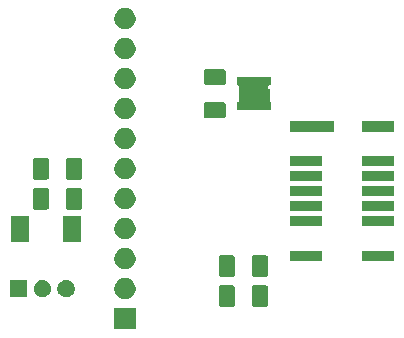
<source format=gbr>
G04 #@! TF.GenerationSoftware,KiCad,Pcbnew,(5.1.5)-3*
G04 #@! TF.CreationDate,2020-03-14T15:22:24+01:00*
G04 #@! TF.ProjectId,SesnorBoard,5365736e-6f72-4426-9f61-72642e6b6963,rev?*
G04 #@! TF.SameCoordinates,Original*
G04 #@! TF.FileFunction,Soldermask,Top*
G04 #@! TF.FilePolarity,Negative*
%FSLAX46Y46*%
G04 Gerber Fmt 4.6, Leading zero omitted, Abs format (unit mm)*
G04 Created by KiCad (PCBNEW (5.1.5)-3) date 2020-03-14 15:22:24*
%MOMM*%
%LPD*%
G04 APERTURE LIST*
%ADD10C,0.100000*%
G04 APERTURE END LIST*
D10*
G36*
X58051000Y284214000D02*
G01*
X56249000Y284214000D01*
X56249000Y286016000D01*
X58051000Y286016000D01*
X58051000Y284214000D01*
G37*
G36*
X69098604Y287941653D02*
G01*
X69135144Y287930568D01*
X69168821Y287912567D01*
X69198341Y287888341D01*
X69222567Y287858821D01*
X69240568Y287825144D01*
X69251653Y287788604D01*
X69256000Y287744462D01*
X69256000Y286295538D01*
X69251653Y286251396D01*
X69240568Y286214856D01*
X69222567Y286181179D01*
X69198341Y286151659D01*
X69168821Y286127433D01*
X69135144Y286109432D01*
X69098604Y286098347D01*
X69054462Y286094000D01*
X68105538Y286094000D01*
X68061396Y286098347D01*
X68024856Y286109432D01*
X67991179Y286127433D01*
X67961659Y286151659D01*
X67937433Y286181179D01*
X67919432Y286214856D01*
X67908347Y286251396D01*
X67904000Y286295538D01*
X67904000Y287744462D01*
X67908347Y287788604D01*
X67919432Y287825144D01*
X67937433Y287858821D01*
X67961659Y287888341D01*
X67991179Y287912567D01*
X68024856Y287930568D01*
X68061396Y287941653D01*
X68105538Y287946000D01*
X69054462Y287946000D01*
X69098604Y287941653D01*
G37*
G36*
X66298604Y287941653D02*
G01*
X66335144Y287930568D01*
X66368821Y287912567D01*
X66398341Y287888341D01*
X66422567Y287858821D01*
X66440568Y287825144D01*
X66451653Y287788604D01*
X66456000Y287744462D01*
X66456000Y286295538D01*
X66451653Y286251396D01*
X66440568Y286214856D01*
X66422567Y286181179D01*
X66398341Y286151659D01*
X66368821Y286127433D01*
X66335144Y286109432D01*
X66298604Y286098347D01*
X66254462Y286094000D01*
X65305538Y286094000D01*
X65261396Y286098347D01*
X65224856Y286109432D01*
X65191179Y286127433D01*
X65161659Y286151659D01*
X65137433Y286181179D01*
X65119432Y286214856D01*
X65108347Y286251396D01*
X65104000Y286295538D01*
X65104000Y287744462D01*
X65108347Y287788604D01*
X65119432Y287825144D01*
X65137433Y287858821D01*
X65161659Y287888341D01*
X65191179Y287912567D01*
X65224856Y287930568D01*
X65261396Y287941653D01*
X65305538Y287946000D01*
X66254462Y287946000D01*
X66298604Y287941653D01*
G37*
G36*
X57263512Y288551073D02*
G01*
X57412812Y288521376D01*
X57576784Y288453456D01*
X57724354Y288354853D01*
X57849853Y288229354D01*
X57948456Y288081784D01*
X58016376Y287917812D01*
X58051000Y287743741D01*
X58051000Y287566259D01*
X58016376Y287392188D01*
X57948456Y287228216D01*
X57849853Y287080646D01*
X57724354Y286955147D01*
X57576784Y286856544D01*
X57412812Y286788624D01*
X57263512Y286758927D01*
X57238742Y286754000D01*
X57061258Y286754000D01*
X57036488Y286758927D01*
X56887188Y286788624D01*
X56723216Y286856544D01*
X56575646Y286955147D01*
X56450147Y287080646D01*
X56351544Y287228216D01*
X56283624Y287392188D01*
X56249000Y287566259D01*
X56249000Y287743741D01*
X56283624Y287917812D01*
X56351544Y288081784D01*
X56450147Y288229354D01*
X56575646Y288354853D01*
X56723216Y288453456D01*
X56887188Y288521376D01*
X57036488Y288551073D01*
X57061258Y288556000D01*
X57238742Y288556000D01*
X57263512Y288551073D01*
G37*
G36*
X48891000Y286929000D02*
G01*
X47439000Y286929000D01*
X47439000Y288381000D01*
X48891000Y288381000D01*
X48891000Y286929000D01*
G37*
G36*
X50376766Y288353101D02*
G01*
X50508888Y288298374D01*
X50508890Y288298373D01*
X50627798Y288218921D01*
X50728921Y288117798D01*
X50728922Y288117796D01*
X50808374Y287998888D01*
X50863101Y287866766D01*
X50891000Y287726506D01*
X50891000Y287583494D01*
X50863101Y287443234D01*
X50808374Y287311112D01*
X50808373Y287311110D01*
X50728921Y287192202D01*
X50627798Y287091079D01*
X50508890Y287011627D01*
X50508889Y287011626D01*
X50508888Y287011626D01*
X50376766Y286956899D01*
X50236506Y286929000D01*
X50093494Y286929000D01*
X49953234Y286956899D01*
X49821112Y287011626D01*
X49821111Y287011626D01*
X49821110Y287011627D01*
X49702202Y287091079D01*
X49601079Y287192202D01*
X49521627Y287311110D01*
X49521626Y287311112D01*
X49466899Y287443234D01*
X49439000Y287583494D01*
X49439000Y287726506D01*
X49466899Y287866766D01*
X49521626Y287998888D01*
X49601078Y288117796D01*
X49601079Y288117798D01*
X49702202Y288218921D01*
X49821110Y288298373D01*
X49821112Y288298374D01*
X49953234Y288353101D01*
X50093494Y288381000D01*
X50236506Y288381000D01*
X50376766Y288353101D01*
G37*
G36*
X52376766Y288353101D02*
G01*
X52508888Y288298374D01*
X52508890Y288298373D01*
X52627798Y288218921D01*
X52728921Y288117798D01*
X52728922Y288117796D01*
X52808374Y287998888D01*
X52863101Y287866766D01*
X52891000Y287726506D01*
X52891000Y287583494D01*
X52863101Y287443234D01*
X52808374Y287311112D01*
X52808373Y287311110D01*
X52728921Y287192202D01*
X52627798Y287091079D01*
X52508890Y287011627D01*
X52508889Y287011626D01*
X52508888Y287011626D01*
X52376766Y286956899D01*
X52236506Y286929000D01*
X52093494Y286929000D01*
X51953234Y286956899D01*
X51821112Y287011626D01*
X51821111Y287011626D01*
X51821110Y287011627D01*
X51702202Y287091079D01*
X51601079Y287192202D01*
X51521627Y287311110D01*
X51521626Y287311112D01*
X51466899Y287443234D01*
X51439000Y287583494D01*
X51439000Y287726506D01*
X51466899Y287866766D01*
X51521626Y287998888D01*
X51601078Y288117796D01*
X51601079Y288117798D01*
X51702202Y288218921D01*
X51821110Y288298373D01*
X51821112Y288298374D01*
X51953234Y288353101D01*
X52093494Y288381000D01*
X52236506Y288381000D01*
X52376766Y288353101D01*
G37*
G36*
X69098604Y290481653D02*
G01*
X69135144Y290470568D01*
X69168821Y290452567D01*
X69198341Y290428341D01*
X69222567Y290398821D01*
X69240568Y290365144D01*
X69251653Y290328604D01*
X69256000Y290284462D01*
X69256000Y288835538D01*
X69251653Y288791396D01*
X69240568Y288754856D01*
X69222567Y288721179D01*
X69198341Y288691659D01*
X69168821Y288667433D01*
X69135144Y288649432D01*
X69098604Y288638347D01*
X69054462Y288634000D01*
X68105538Y288634000D01*
X68061396Y288638347D01*
X68024856Y288649432D01*
X67991179Y288667433D01*
X67961659Y288691659D01*
X67937433Y288721179D01*
X67919432Y288754856D01*
X67908347Y288791396D01*
X67904000Y288835538D01*
X67904000Y290284462D01*
X67908347Y290328604D01*
X67919432Y290365144D01*
X67937433Y290398821D01*
X67961659Y290428341D01*
X67991179Y290452567D01*
X68024856Y290470568D01*
X68061396Y290481653D01*
X68105538Y290486000D01*
X69054462Y290486000D01*
X69098604Y290481653D01*
G37*
G36*
X66298604Y290481653D02*
G01*
X66335144Y290470568D01*
X66368821Y290452567D01*
X66398341Y290428341D01*
X66422567Y290398821D01*
X66440568Y290365144D01*
X66451653Y290328604D01*
X66456000Y290284462D01*
X66456000Y288835538D01*
X66451653Y288791396D01*
X66440568Y288754856D01*
X66422567Y288721179D01*
X66398341Y288691659D01*
X66368821Y288667433D01*
X66335144Y288649432D01*
X66298604Y288638347D01*
X66254462Y288634000D01*
X65305538Y288634000D01*
X65261396Y288638347D01*
X65224856Y288649432D01*
X65191179Y288667433D01*
X65161659Y288691659D01*
X65137433Y288721179D01*
X65119432Y288754856D01*
X65108347Y288791396D01*
X65104000Y288835538D01*
X65104000Y290284462D01*
X65108347Y290328604D01*
X65119432Y290365144D01*
X65137433Y290398821D01*
X65161659Y290428341D01*
X65191179Y290452567D01*
X65224856Y290470568D01*
X65261396Y290481653D01*
X65305538Y290486000D01*
X66254462Y290486000D01*
X66298604Y290481653D01*
G37*
G36*
X57263512Y291091073D02*
G01*
X57412812Y291061376D01*
X57576784Y290993456D01*
X57724354Y290894853D01*
X57849853Y290769354D01*
X57948456Y290621784D01*
X58016376Y290457812D01*
X58051000Y290283741D01*
X58051000Y290106259D01*
X58016376Y289932188D01*
X57948456Y289768216D01*
X57849853Y289620646D01*
X57724354Y289495147D01*
X57576784Y289396544D01*
X57412812Y289328624D01*
X57263512Y289298927D01*
X57238742Y289294000D01*
X57061258Y289294000D01*
X57036488Y289298927D01*
X56887188Y289328624D01*
X56723216Y289396544D01*
X56575646Y289495147D01*
X56450147Y289620646D01*
X56351544Y289768216D01*
X56283624Y289932188D01*
X56249000Y290106259D01*
X56249000Y290283741D01*
X56283624Y290457812D01*
X56351544Y290621784D01*
X56450147Y290769354D01*
X56575646Y290894853D01*
X56723216Y290993456D01*
X56887188Y291061376D01*
X57036488Y291091073D01*
X57061258Y291096000D01*
X57238742Y291096000D01*
X57263512Y291091073D01*
G37*
G36*
X73865800Y289959200D02*
G01*
X71164200Y289959200D01*
X71164200Y290860800D01*
X73865800Y290860800D01*
X73865800Y289959200D01*
G37*
G36*
X79965800Y289959200D02*
G01*
X77264200Y289959200D01*
X77264200Y290860800D01*
X79965800Y290860800D01*
X79965800Y289959200D01*
G37*
G36*
X53411000Y291634000D02*
G01*
X51909000Y291634000D01*
X51909000Y293836000D01*
X53411000Y293836000D01*
X53411000Y291634000D01*
G37*
G36*
X49011000Y291634000D02*
G01*
X47509000Y291634000D01*
X47509000Y293836000D01*
X49011000Y293836000D01*
X49011000Y291634000D01*
G37*
G36*
X57263512Y293631073D02*
G01*
X57412812Y293601376D01*
X57576784Y293533456D01*
X57724354Y293434853D01*
X57849853Y293309354D01*
X57948456Y293161784D01*
X58016376Y292997812D01*
X58051000Y292823741D01*
X58051000Y292646259D01*
X58016376Y292472188D01*
X57948456Y292308216D01*
X57849853Y292160646D01*
X57724354Y292035147D01*
X57576784Y291936544D01*
X57412812Y291868624D01*
X57263512Y291838927D01*
X57238742Y291834000D01*
X57061258Y291834000D01*
X57036488Y291838927D01*
X56887188Y291868624D01*
X56723216Y291936544D01*
X56575646Y292035147D01*
X56450147Y292160646D01*
X56351544Y292308216D01*
X56283624Y292472188D01*
X56249000Y292646259D01*
X56249000Y292823741D01*
X56283624Y292997812D01*
X56351544Y293161784D01*
X56450147Y293309354D01*
X56575646Y293434853D01*
X56723216Y293533456D01*
X56887188Y293601376D01*
X57036488Y293631073D01*
X57061258Y293636000D01*
X57238742Y293636000D01*
X57263512Y293631073D01*
G37*
G36*
X79965800Y292969200D02*
G01*
X77264200Y292969200D01*
X77264200Y293770800D01*
X79965800Y293770800D01*
X79965800Y292969200D01*
G37*
G36*
X73865800Y292969200D02*
G01*
X71164200Y292969200D01*
X71164200Y293770800D01*
X73865800Y293770800D01*
X73865800Y292969200D01*
G37*
G36*
X73865800Y294239200D02*
G01*
X71164200Y294239200D01*
X71164200Y295040800D01*
X73865800Y295040800D01*
X73865800Y294239200D01*
G37*
G36*
X79965800Y294239200D02*
G01*
X77264200Y294239200D01*
X77264200Y295040800D01*
X79965800Y295040800D01*
X79965800Y294239200D01*
G37*
G36*
X53353604Y296196653D02*
G01*
X53390144Y296185568D01*
X53423821Y296167567D01*
X53453341Y296143341D01*
X53477567Y296113821D01*
X53495568Y296080144D01*
X53506653Y296043604D01*
X53511000Y295999462D01*
X53511000Y294550538D01*
X53506653Y294506396D01*
X53495568Y294469856D01*
X53477567Y294436179D01*
X53453341Y294406659D01*
X53423821Y294382433D01*
X53390144Y294364432D01*
X53353604Y294353347D01*
X53309462Y294349000D01*
X52360538Y294349000D01*
X52316396Y294353347D01*
X52279856Y294364432D01*
X52246179Y294382433D01*
X52216659Y294406659D01*
X52192433Y294436179D01*
X52174432Y294469856D01*
X52163347Y294506396D01*
X52159000Y294550538D01*
X52159000Y295999462D01*
X52163347Y296043604D01*
X52174432Y296080144D01*
X52192433Y296113821D01*
X52216659Y296143341D01*
X52246179Y296167567D01*
X52279856Y296185568D01*
X52316396Y296196653D01*
X52360538Y296201000D01*
X53309462Y296201000D01*
X53353604Y296196653D01*
G37*
G36*
X50553604Y296196653D02*
G01*
X50590144Y296185568D01*
X50623821Y296167567D01*
X50653341Y296143341D01*
X50677567Y296113821D01*
X50695568Y296080144D01*
X50706653Y296043604D01*
X50711000Y295999462D01*
X50711000Y294550538D01*
X50706653Y294506396D01*
X50695568Y294469856D01*
X50677567Y294436179D01*
X50653341Y294406659D01*
X50623821Y294382433D01*
X50590144Y294364432D01*
X50553604Y294353347D01*
X50509462Y294349000D01*
X49560538Y294349000D01*
X49516396Y294353347D01*
X49479856Y294364432D01*
X49446179Y294382433D01*
X49416659Y294406659D01*
X49392433Y294436179D01*
X49374432Y294469856D01*
X49363347Y294506396D01*
X49359000Y294550538D01*
X49359000Y295999462D01*
X49363347Y296043604D01*
X49374432Y296080144D01*
X49392433Y296113821D01*
X49416659Y296143341D01*
X49446179Y296167567D01*
X49479856Y296185568D01*
X49516396Y296196653D01*
X49560538Y296201000D01*
X50509462Y296201000D01*
X50553604Y296196653D01*
G37*
G36*
X57263512Y296171073D02*
G01*
X57412812Y296141376D01*
X57576784Y296073456D01*
X57724354Y295974853D01*
X57849853Y295849354D01*
X57948456Y295701784D01*
X58016376Y295537812D01*
X58051000Y295363741D01*
X58051000Y295186259D01*
X58016376Y295012188D01*
X57948456Y294848216D01*
X57849853Y294700646D01*
X57724354Y294575147D01*
X57576784Y294476544D01*
X57412812Y294408624D01*
X57263512Y294378927D01*
X57238742Y294374000D01*
X57061258Y294374000D01*
X57036488Y294378927D01*
X56887188Y294408624D01*
X56723216Y294476544D01*
X56575646Y294575147D01*
X56450147Y294700646D01*
X56351544Y294848216D01*
X56283624Y295012188D01*
X56249000Y295186259D01*
X56249000Y295363741D01*
X56283624Y295537812D01*
X56351544Y295701784D01*
X56450147Y295849354D01*
X56575646Y295974853D01*
X56723216Y296073456D01*
X56887188Y296141376D01*
X57036488Y296171073D01*
X57061258Y296176000D01*
X57238742Y296176000D01*
X57263512Y296171073D01*
G37*
G36*
X79965800Y295509200D02*
G01*
X77264200Y295509200D01*
X77264200Y296310800D01*
X79965800Y296310800D01*
X79965800Y295509200D01*
G37*
G36*
X73865800Y295509200D02*
G01*
X71164200Y295509200D01*
X71164200Y296310800D01*
X73865800Y296310800D01*
X73865800Y295509200D01*
G37*
G36*
X73865800Y296779200D02*
G01*
X71164200Y296779200D01*
X71164200Y297580800D01*
X73865800Y297580800D01*
X73865800Y296779200D01*
G37*
G36*
X79965800Y296779200D02*
G01*
X77264200Y296779200D01*
X77264200Y297580800D01*
X79965800Y297580800D01*
X79965800Y296779200D01*
G37*
G36*
X50553604Y298736653D02*
G01*
X50590144Y298725568D01*
X50623821Y298707567D01*
X50653341Y298683341D01*
X50677567Y298653821D01*
X50695568Y298620144D01*
X50706653Y298583604D01*
X50711000Y298539462D01*
X50711000Y297090538D01*
X50706653Y297046396D01*
X50695568Y297009856D01*
X50677567Y296976179D01*
X50653341Y296946659D01*
X50623821Y296922433D01*
X50590144Y296904432D01*
X50553604Y296893347D01*
X50509462Y296889000D01*
X49560538Y296889000D01*
X49516396Y296893347D01*
X49479856Y296904432D01*
X49446179Y296922433D01*
X49416659Y296946659D01*
X49392433Y296976179D01*
X49374432Y297009856D01*
X49363347Y297046396D01*
X49359000Y297090538D01*
X49359000Y298539462D01*
X49363347Y298583604D01*
X49374432Y298620144D01*
X49392433Y298653821D01*
X49416659Y298683341D01*
X49446179Y298707567D01*
X49479856Y298725568D01*
X49516396Y298736653D01*
X49560538Y298741000D01*
X50509462Y298741000D01*
X50553604Y298736653D01*
G37*
G36*
X53353604Y298736653D02*
G01*
X53390144Y298725568D01*
X53423821Y298707567D01*
X53453341Y298683341D01*
X53477567Y298653821D01*
X53495568Y298620144D01*
X53506653Y298583604D01*
X53511000Y298539462D01*
X53511000Y297090538D01*
X53506653Y297046396D01*
X53495568Y297009856D01*
X53477567Y296976179D01*
X53453341Y296946659D01*
X53423821Y296922433D01*
X53390144Y296904432D01*
X53353604Y296893347D01*
X53309462Y296889000D01*
X52360538Y296889000D01*
X52316396Y296893347D01*
X52279856Y296904432D01*
X52246179Y296922433D01*
X52216659Y296946659D01*
X52192433Y296976179D01*
X52174432Y297009856D01*
X52163347Y297046396D01*
X52159000Y297090538D01*
X52159000Y298539462D01*
X52163347Y298583604D01*
X52174432Y298620144D01*
X52192433Y298653821D01*
X52216659Y298683341D01*
X52246179Y298707567D01*
X52279856Y298725568D01*
X52316396Y298736653D01*
X52360538Y298741000D01*
X53309462Y298741000D01*
X53353604Y298736653D01*
G37*
G36*
X57263512Y298711073D02*
G01*
X57412812Y298681376D01*
X57576784Y298613456D01*
X57724354Y298514853D01*
X57849853Y298389354D01*
X57948456Y298241784D01*
X58016376Y298077812D01*
X58051000Y297903741D01*
X58051000Y297726259D01*
X58016376Y297552188D01*
X57948456Y297388216D01*
X57849853Y297240646D01*
X57724354Y297115147D01*
X57576784Y297016544D01*
X57412812Y296948624D01*
X57263512Y296918927D01*
X57238742Y296914000D01*
X57061258Y296914000D01*
X57036488Y296918927D01*
X56887188Y296948624D01*
X56723216Y297016544D01*
X56575646Y297115147D01*
X56450147Y297240646D01*
X56351544Y297388216D01*
X56283624Y297552188D01*
X56249000Y297726259D01*
X56249000Y297903741D01*
X56283624Y298077812D01*
X56351544Y298241784D01*
X56450147Y298389354D01*
X56575646Y298514853D01*
X56723216Y298613456D01*
X56887188Y298681376D01*
X57036488Y298711073D01*
X57061258Y298716000D01*
X57238742Y298716000D01*
X57263512Y298711073D01*
G37*
G36*
X79965800Y298049200D02*
G01*
X77264200Y298049200D01*
X77264200Y298850800D01*
X79965800Y298850800D01*
X79965800Y298049200D01*
G37*
G36*
X73865800Y298049200D02*
G01*
X71164200Y298049200D01*
X71164200Y298850800D01*
X73865800Y298850800D01*
X73865800Y298049200D01*
G37*
G36*
X57263512Y301251073D02*
G01*
X57412812Y301221376D01*
X57576784Y301153456D01*
X57724354Y301054853D01*
X57849853Y300929354D01*
X57948456Y300781784D01*
X58016376Y300617812D01*
X58051000Y300443741D01*
X58051000Y300266259D01*
X58016376Y300092188D01*
X57948456Y299928216D01*
X57849853Y299780646D01*
X57724354Y299655147D01*
X57576784Y299556544D01*
X57412812Y299488624D01*
X57263512Y299458927D01*
X57238742Y299454000D01*
X57061258Y299454000D01*
X57036488Y299458927D01*
X56887188Y299488624D01*
X56723216Y299556544D01*
X56575646Y299655147D01*
X56450147Y299780646D01*
X56351544Y299928216D01*
X56283624Y300092188D01*
X56249000Y300266259D01*
X56249000Y300443741D01*
X56283624Y300617812D01*
X56351544Y300781784D01*
X56450147Y300929354D01*
X56575646Y301054853D01*
X56723216Y301153456D01*
X56887188Y301221376D01*
X57036488Y301251073D01*
X57061258Y301256000D01*
X57238742Y301256000D01*
X57263512Y301251073D01*
G37*
G36*
X79965800Y300959200D02*
G01*
X77264200Y300959200D01*
X77264200Y301860800D01*
X79965800Y301860800D01*
X79965800Y300959200D01*
G37*
G36*
X74865800Y300959200D02*
G01*
X71164200Y300959200D01*
X71164200Y301860800D01*
X74865800Y301860800D01*
X74865800Y300959200D01*
G37*
G36*
X57263512Y303791073D02*
G01*
X57412812Y303761376D01*
X57576784Y303693456D01*
X57724354Y303594853D01*
X57849853Y303469354D01*
X57948456Y303321784D01*
X58016376Y303157812D01*
X58051000Y302983741D01*
X58051000Y302806259D01*
X58016376Y302632188D01*
X57948456Y302468216D01*
X57849853Y302320646D01*
X57724354Y302195147D01*
X57576784Y302096544D01*
X57412812Y302028624D01*
X57263512Y301998927D01*
X57238742Y301994000D01*
X57061258Y301994000D01*
X57036488Y301998927D01*
X56887188Y302028624D01*
X56723216Y302096544D01*
X56575646Y302195147D01*
X56450147Y302320646D01*
X56351544Y302468216D01*
X56283624Y302632188D01*
X56249000Y302806259D01*
X56249000Y302983741D01*
X56283624Y303157812D01*
X56351544Y303321784D01*
X56450147Y303469354D01*
X56575646Y303594853D01*
X56723216Y303693456D01*
X56887188Y303761376D01*
X57036488Y303791073D01*
X57061258Y303796000D01*
X57238742Y303796000D01*
X57263512Y303791073D01*
G37*
G36*
X65538604Y303436653D02*
G01*
X65575144Y303425568D01*
X65608821Y303407567D01*
X65638341Y303383341D01*
X65662567Y303353821D01*
X65680568Y303320144D01*
X65691653Y303283604D01*
X65696000Y303239462D01*
X65696000Y302290538D01*
X65691653Y302246396D01*
X65680568Y302209856D01*
X65662567Y302176179D01*
X65638341Y302146659D01*
X65608821Y302122433D01*
X65575144Y302104432D01*
X65538604Y302093347D01*
X65494462Y302089000D01*
X64045538Y302089000D01*
X64001396Y302093347D01*
X63964856Y302104432D01*
X63931179Y302122433D01*
X63901659Y302146659D01*
X63877433Y302176179D01*
X63859432Y302209856D01*
X63848347Y302246396D01*
X63844000Y302290538D01*
X63844000Y303239462D01*
X63848347Y303283604D01*
X63859432Y303320144D01*
X63877433Y303353821D01*
X63901659Y303383341D01*
X63931179Y303407567D01*
X63964856Y303425568D01*
X64001396Y303436653D01*
X64045538Y303441000D01*
X65494462Y303441000D01*
X65538604Y303436653D01*
G37*
G36*
X69546000Y304864000D02*
G01*
X69369899Y304864000D01*
X69345513Y304861598D01*
X69322064Y304854485D01*
X69300453Y304842934D01*
X69281511Y304827389D01*
X69265966Y304808447D01*
X69254415Y304786836D01*
X69247302Y304763387D01*
X69244900Y304739001D01*
X69247302Y304714615D01*
X69254415Y304691166D01*
X69265966Y304669555D01*
X69281506Y304650619D01*
X69329519Y304602606D01*
X69348455Y304587066D01*
X69370066Y304575515D01*
X69393515Y304568402D01*
X69396000Y304568157D01*
X69396000Y303590999D01*
X69398402Y303566613D01*
X69405515Y303543164D01*
X69417066Y303521553D01*
X69432611Y303502611D01*
X69451553Y303487066D01*
X69473164Y303475515D01*
X69496613Y303468402D01*
X69520999Y303466000D01*
X69546000Y303466000D01*
X69546000Y302764000D01*
X66644000Y302764000D01*
X66644000Y303466000D01*
X66669001Y303466000D01*
X66693387Y303468402D01*
X66716836Y303475515D01*
X66738447Y303487066D01*
X66757389Y303502611D01*
X66772934Y303521553D01*
X66784485Y303543164D01*
X66791598Y303566613D01*
X66794000Y303590999D01*
X66794000Y304739001D01*
X66791598Y304763387D01*
X66784485Y304786836D01*
X66772934Y304808447D01*
X66757389Y304827389D01*
X66738447Y304842934D01*
X66716836Y304854485D01*
X66693387Y304861598D01*
X66669001Y304864000D01*
X66644000Y304864000D01*
X66644000Y305566000D01*
X69546000Y305566000D01*
X69546000Y304864000D01*
G37*
G36*
X57263512Y306331073D02*
G01*
X57412812Y306301376D01*
X57576784Y306233456D01*
X57724354Y306134853D01*
X57849853Y306009354D01*
X57948456Y305861784D01*
X58016376Y305697812D01*
X58051000Y305523741D01*
X58051000Y305346259D01*
X58016376Y305172188D01*
X57948456Y305008216D01*
X57849853Y304860646D01*
X57724354Y304735147D01*
X57576784Y304636544D01*
X57412812Y304568624D01*
X57263512Y304538927D01*
X57238742Y304534000D01*
X57061258Y304534000D01*
X57036488Y304538927D01*
X56887188Y304568624D01*
X56723216Y304636544D01*
X56575646Y304735147D01*
X56450147Y304860646D01*
X56351544Y305008216D01*
X56283624Y305172188D01*
X56249000Y305346259D01*
X56249000Y305523741D01*
X56283624Y305697812D01*
X56351544Y305861784D01*
X56450147Y306009354D01*
X56575646Y306134853D01*
X56723216Y306233456D01*
X56887188Y306301376D01*
X57036488Y306331073D01*
X57061258Y306336000D01*
X57238742Y306336000D01*
X57263512Y306331073D01*
G37*
G36*
X65538604Y306236653D02*
G01*
X65575144Y306225568D01*
X65608821Y306207567D01*
X65638341Y306183341D01*
X65662567Y306153821D01*
X65680568Y306120144D01*
X65691653Y306083604D01*
X65696000Y306039462D01*
X65696000Y305090538D01*
X65691653Y305046396D01*
X65680568Y305009856D01*
X65662567Y304976179D01*
X65638341Y304946659D01*
X65608821Y304922433D01*
X65575144Y304904432D01*
X65538604Y304893347D01*
X65494462Y304889000D01*
X64045538Y304889000D01*
X64001396Y304893347D01*
X63964856Y304904432D01*
X63931179Y304922433D01*
X63901659Y304946659D01*
X63877433Y304976179D01*
X63859432Y305009856D01*
X63848347Y305046396D01*
X63844000Y305090538D01*
X63844000Y306039462D01*
X63848347Y306083604D01*
X63859432Y306120144D01*
X63877433Y306153821D01*
X63901659Y306183341D01*
X63931179Y306207567D01*
X63964856Y306225568D01*
X64001396Y306236653D01*
X64045538Y306241000D01*
X65494462Y306241000D01*
X65538604Y306236653D01*
G37*
G36*
X57263512Y308871073D02*
G01*
X57412812Y308841376D01*
X57576784Y308773456D01*
X57724354Y308674853D01*
X57849853Y308549354D01*
X57948456Y308401784D01*
X58016376Y308237812D01*
X58051000Y308063741D01*
X58051000Y307886259D01*
X58016376Y307712188D01*
X57948456Y307548216D01*
X57849853Y307400646D01*
X57724354Y307275147D01*
X57576784Y307176544D01*
X57412812Y307108624D01*
X57263512Y307078927D01*
X57238742Y307074000D01*
X57061258Y307074000D01*
X57036488Y307078927D01*
X56887188Y307108624D01*
X56723216Y307176544D01*
X56575646Y307275147D01*
X56450147Y307400646D01*
X56351544Y307548216D01*
X56283624Y307712188D01*
X56249000Y307886259D01*
X56249000Y308063741D01*
X56283624Y308237812D01*
X56351544Y308401784D01*
X56450147Y308549354D01*
X56575646Y308674853D01*
X56723216Y308773456D01*
X56887188Y308841376D01*
X57036488Y308871073D01*
X57061258Y308876000D01*
X57238742Y308876000D01*
X57263512Y308871073D01*
G37*
G36*
X57263512Y311411073D02*
G01*
X57412812Y311381376D01*
X57576784Y311313456D01*
X57724354Y311214853D01*
X57849853Y311089354D01*
X57948456Y310941784D01*
X58016376Y310777812D01*
X58051000Y310603741D01*
X58051000Y310426259D01*
X58016376Y310252188D01*
X57948456Y310088216D01*
X57849853Y309940646D01*
X57724354Y309815147D01*
X57576784Y309716544D01*
X57412812Y309648624D01*
X57263512Y309618927D01*
X57238742Y309614000D01*
X57061258Y309614000D01*
X57036488Y309618927D01*
X56887188Y309648624D01*
X56723216Y309716544D01*
X56575646Y309815147D01*
X56450147Y309940646D01*
X56351544Y310088216D01*
X56283624Y310252188D01*
X56249000Y310426259D01*
X56249000Y310603741D01*
X56283624Y310777812D01*
X56351544Y310941784D01*
X56450147Y311089354D01*
X56575646Y311214853D01*
X56723216Y311313456D01*
X56887188Y311381376D01*
X57036488Y311411073D01*
X57061258Y311416000D01*
X57238742Y311416000D01*
X57263512Y311411073D01*
G37*
M02*

</source>
